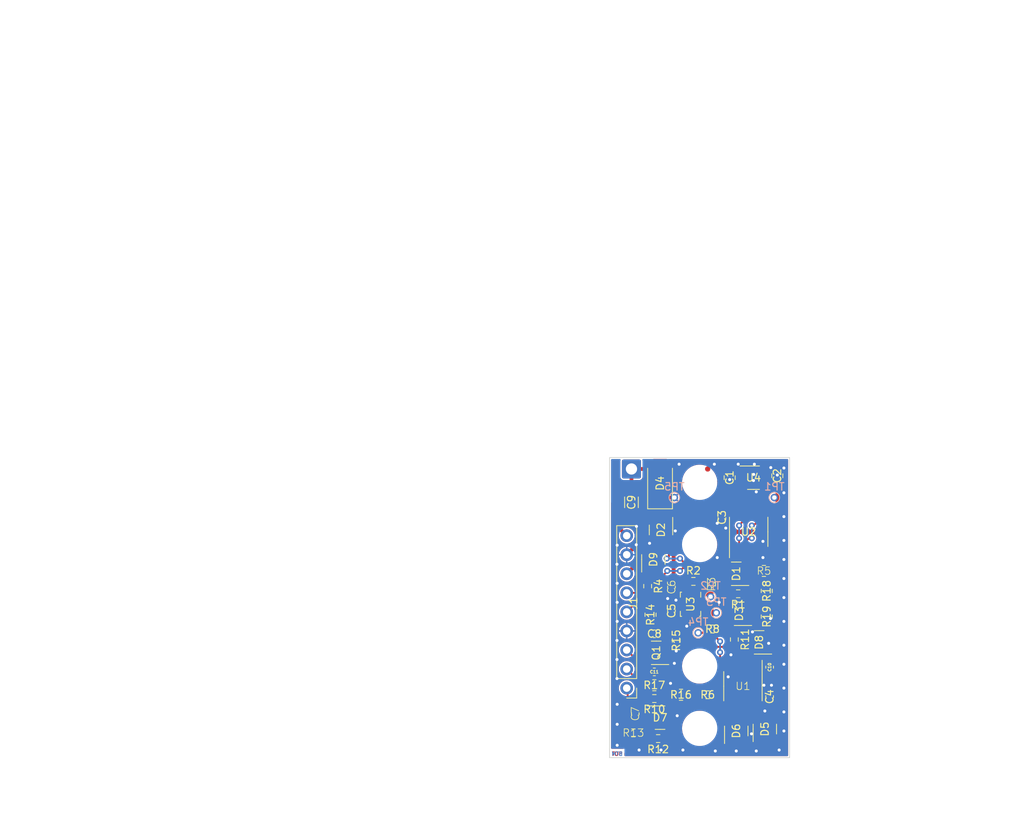
<source format=kicad_pcb>
(kicad_pcb (version 20211014) (generator pcbnew)
  (title_block (title "SOS Vibr.") (date "2023-05-06") (rev "01.") (company "fb development & solutions"))
  (layers (0 "F.Cu" signal) (31 "B.Cu" signal) (34 "B.Paste" user) (35 "F.Paste" user) (36 "B.SilkS" user "B.Silkscreen") (37 "F.SilkS" user "F.Silkscreen") (38 "B.Mask" user) (39 "F.Mask" user) (44 "Edge.Cuts" user))
  (net 0 "")
  (net 1 "GNDA")
  (net 2 "VDD")
  (net 3 "/RX+")
  (net 4 "Net-(C7-Pad2)")
  (net 5 "/SCK+")
  (net 6 "Net-(C8-Pad2)")
  (net 7 "Earth")
  (net 8 "Net-(D1-Pad1)")
  (net 9 "Net-(D1-Pad3)")
  (net 10 "Net-(D2-Pad3)")
  (net 11 "/TX-")
  (net 12 "/TX+")
  (net 13 "/RX-OPV")
  (net 14 "/RX+OPV")
  (net 15 "/SCK+OPV")
  (net 16 "Net-(C11-Pad1)")
  (net 17 "/RX-")
  (net 18 "/CS")
  (net 19 "/INT")
  (net 20 "/TX_OPV")
  (net 21 "/TX")
  (net 22 "/RX")
  (net 23 "/SCK")
  (net 24 "Net-(R8-Pad2)")
  (net 28 "/RX_OPV")
  (net 29 "VD")
  (net 30 "Net-(D2-Pad1)")
  (net 31 "/0V92")
  (footprint "Resistor_SMD:R_0603_1608Metric" (layer "F.Cu") (at 109.728 114.046 180)
    (fp_text reference "R10")
    (fp_text value "10k")
  )
  (footprint "Resistor_SMD:R_0805_2012Metric" (layer "F.Cu") (at 109.22 102.87 90)
    (fp_text reference "R14")
    (fp_text value "1M")
  )
  (footprint "Capacitor_SMD:C_0603_1608Metric" (layer "F.Cu") (at 125.095 109.855 -90)
    (fp_text reference "C10")
    (fp_text value "10n")
  )
  (footprint "Package_SO:SOIC-8_3.9x4.9mm_P1.27mm" (layer "F.Cu") (at 121.539 112.395 -90)
    (fp_text reference "U1")
    (fp_text value "MCP6542 RX")
  )
  (footprint "MountingHole:MountingHole_2.7mm_M2.5" (layer "F.Cu") (at 115.77 93.514)
    (fp_text reference "H3" hide)
    (fp_text value "MountingHole" hide)
  )
  (footprint "Package_TO_SOT_SMD:SOT-23" (layer "F.Cu") (at 109.982 107.95 180)
    (fp_text reference "Q1")
    (fp_text value "BC847")
  )
  (footprint "Resistor_SMD:R_0603_1608Metric" (layer "F.Cu") (at 106.934 118.618)
    (fp_text reference "R13")
    (fp_text value "1k")
  )
  (footprint "Package_TO_SOT_SMD:SOT-23" (layer "F.Cu") (at 110.617 91.567 -90)
    (property "Reference" "D14")
    (property "Value" "BAV99")
    (fp_text reference "D2")
    (fp_text value "BAV99")
  )
  (footprint "Capacitor_SMD:C_0603_1608Metric" (layer "F.Cu") (at 118.745 90.043 -90)
    (fp_text reference "C3")
    (fp_text value "100n")
  )
  (footprint "Package_TO_SOT_SMD:SOT-23" (layer "F.Cu") (at 109.601 95.504 90)
    (fp_text reference "D9")
    (fp_text value "ESD5V2")
  )
  (footprint "Capacitor_SMD:C_0603_1608Metric" (layer "F.Cu") (at 109.728 105.41)
    (fp_text reference "C8")
    (fp_text value "47p")
  )
  (footprint "Capacitor_SMD:C_0805_2012Metric" (layer "F.Cu") (at 119.7715 84.599966 -90)
    (fp_text reference "C1")
    (fp_text value "1µ")
  )
  (footprint "Resistor_SMD:R_0603_1608Metric" (layer "F.Cu") (at 120.904 100.076 180)
    (fp_text reference "R1")
    (fp_text value "2k2")
  )
  (footprint "Resistor_SMD:R_0603_1608Metric" (layer "F.Cu") (at 112.649 106.299 90)
    (fp_text reference "R15")
    (fp_text value "1k")
  )
  (footprint "Capacitor_SMD:C_1206_3216Metric" (layer "F.Cu") (at 106.68 87.884 -90)
    (fp_text reference "C9")
    (fp_text value "1n 2kV")
  )
  (footprint "Capacitor_SMD:C_0603_1608Metric" (layer "F.Cu") (at 109.728 110.49)
    (fp_text reference "C11")
    (fp_text value "1n")
  )
  (footprint "Resistor_SMD:R_0805_2012Metric" (layer "F.Cu") (at 124.714 99.695 90)
    (fp_text reference "R18")
    (fp_text value "1M")
  )
  (footprint "Capacitor_SMD:C_0603_1608Metric" (layer "F.Cu") (at 125.095 113.792 90)
    (fp_text reference "C4")
    (fp_text value "100n")
  )
  (footprint "Package_TO_SOT_SMD:SOT-23" (layer "F.Cu") (at 121.031 102.743 180)
    (fp_text reference "D3")
    (fp_text value "ESD5V2")
  )
  (footprint "Capacitor_SMD:C_0805_2012Metric" (layer "F.Cu") (at 126.1215 84.345966 90)
    (fp_text reference "C2")
    (fp_text value "1µ")
  )
  (footprint "Package_TO_SOT_SMD:SOT-23" (layer "F.Cu") (at 120.65 118.364 90)
    (fp_text reference "D6")
    (fp_text value "BAT54S")
  )
  (footprint "Connector_PinHeader_2.54mm:PinHeader_1x09_P2.54mm_Vertical" (layer "F.Cu") (at 106.045 112.649 180)
    (fp_text reference "J1")
    (fp_text value "Main")
  )
  (footprint "Package_TO_SOT_SMD:SOT-23" (layer "F.Cu") (at 120.65 97.409 180)
    (fp_text reference "D1")
    (fp_text value "BAV99")
  )
  (footprint "Resistor_SMD:R_0603_1608Metric" (layer "F.Cu") (at 120.396 106.172 -90)
    (fp_text reference "R11")
    (fp_text value "10k")
  )
  (footprint "Resistor_SMD:R_0805_2012Metric" (layer "F.Cu") (at 109.728 112.268 180)
    (fp_text reference "R17")
    (fp_text value "1M")
  )
  (footprint "Resistor_SMD:R_0805_2012Metric" (layer "F.Cu") (at 124.714 103.124 90)
    (fp_text reference "R19")
    (fp_text value "1M")
  )
  (footprint "Resistor_SMD:R_0603_1608Metric" (layer "F.Cu") (at 108.839 99.06 -90)
    (fp_text reference "R4")
    (fp_text value "2k2")
  )
  (footprint "Package_TO_SOT_SMD:SOT-23-5" (layer "F.Cu") (at 122.9465 84.599966)
    (fp_text reference "U4")
    (fp_text value "TPS7A20185")
  )
  (footprint "Capacitor_SMD:C_0603_1608Metric" (layer "F.Cu") (at 107.188 116.078 -90)
    (fp_text reference "C7")
    (fp_text value "47p")
  )
  (footprint "Capacitor_SMD:C_0603_1608Metric" (layer "F.Cu") (at 112.014 102.362 90)
    (fp_text reference "C5")
    (fp_text value "100n")
  )
  (footprint "Package_TO_SOT_SMD:SOT-23" (layer "F.Cu") (at 123.698 106.553 180)
    (fp_text reference "D8")
    (fp_text value "BAT54S")
  )
  (footprint "Resistor_SMD:R_0603_1608Metric" (layer "F.Cu") (at 116.84 113.538)
    (fp_text reference "R6")
    (fp_text value "1k")
  )
  (footprint "Package_TO_SOT_SMD:SOT-23" (layer "F.Cu") (at 124.46 118.11 90)
    (fp_text reference "D5")
    (fp_text value "BAT54S")
  )
  (footprint "Connector_Wire:SolderWire-0.75sqmm_1x01_D1.25mm_OD2.3mm" (layer "F.Cu") (at 106.68 83.439)
    (fp_text reference "J2" hide)
    (fp_text value "GND")
  )
  (footprint "MountingHole:MountingHole_2.7mm_M2.5" (layer "F.Cu") (at 115.77 109.714)
    (fp_text reference "H2" hide)
    (fp_text value "MountingHole" hide)
  )
  (footprint "Resistor_SMD:R_0603_1608Metric" (layer "F.Cu") (at 110.236 119.38 180)
    (fp_text reference "R12")
    (fp_text value "10k")
  )
  (footprint "Resistor_SMD:R_0603_1608Metric" (layer "F.Cu") (at 114.935 98.425)
    (fp_text reference "R2")
    (fp_text value "10k")
  )
  (footprint "Diode_SMD:D_SMA" (layer "F.Cu") (at 110.49 85.344 90)
    (fp_text reference "D4")
    (fp_text value "TVS")
  )
  (footprint "Package_LGA:LGA-14_3x2.5mm_P0.5mm_LayoutBorder3x4y" (layer "F.Cu") (at 114.554 101.473 -90)
    (fp_text reference "U3")
    (fp_text value "LSM6DSV16XTR")
  )
  (footprint "Resistor_SMD:R_0603_1608Metric" (layer "F.Cu") (at 117.348 98.806 90)
    (fp_text reference "R3")
    (fp_text value "100k")
  )
  (footprint "Resistor_SMD:R_0805_2012Metric" (layer "F.Cu") (at 124.333 97.028)
    (fp_text reference "R5")
    (fp_text value "1M")
  )
  (footprint "MountingHole:MountingHole_2.7mm_M2.5" (layer "F.Cu") (at 115.77 85.214)
    (fp_text reference "H4" hide)
    (fp_text value "MountingHole" hide)
  )
  (footprint "Capacitor_SMD:C_0603_1608Metric" (layer "F.Cu") (at 112.014 99.187 -90)
    (fp_text reference "C6")
    (fp_text value "100n")
  )
  (footprint "Package_SO:SOIC-8_3.9x4.9mm_P1.27mm" (layer "F.Cu") (at 122.301 91.821 90)
    (fp_text reference "U2")
    (fp_text value "MCP6542 TX")
  )
  (footprint "Package_TO_SOT_SMD:SOT-23" (layer "F.Cu") (at 110.49 116.586)
    (fp_text reference "D7")
    (fp_text value "ESD5V2")
  )
  (footprint "Resistor_SMD:R_0805_2012Metric" (layer "F.Cu") (at 113.284 113.538)
    (fp_text reference "R16")
    (fp_text value "1M")
  )
  (footprint "MountingHole:MountingHole_2.7mm_M2.5" (layer "F.Cu") (at 115.77 118.014)
    (fp_text reference "H1" hide)
    (fp_text value "MountingHole" hide)
  )
  (footprint "Resistor_SMD:R_0603_1608Metric" (layer "F.Cu") (at 117.475 104.775)
    (fp_text reference "R8")
    (fp_text value "1k")
  )
  (footprint "TestPoint:TestPoint_THTPad_D1.0mm_Drill0.6mm" (layer "B.Cu") (at 115.57 105.283 180)
    (fp_text reference "TP4")
    (fp_text value "SCK")
  )
  (footprint "TestPoint:TestPoint_THTPad_D1.0mm_Drill0.6mm" (layer "B.Cu") (at 117.983 102.616 180)
    (fp_text reference "TP3")
    (fp_text value "RX")
  )
  (footprint "TestPoint:TestPoint_THTPad_D1.0mm_Drill0.6mm" (layer "B.Cu") (at 125.73 87.249 180)
    (fp_text reference "TP1")
    (fp_text value "VDD")
  )
  (footprint "TestPoint:TestPoint_THTPad_D1.0mm_Drill0.6mm" (layer "B.Cu") (at 112.395 87.249 180)
    (fp_text reference "TP5")
    (fp_text value "GND")
  )
  (footprint "TestPoint:TestPoint_THTPad_D1.0mm_Drill0.6mm" (layer "B.Cu") (at 117.221 100.457 180)
    (fp_text reference "TP2")
    (fp_text value "TX")
  )
  (gr_circle (center 106.172 120.777) (end 106.422 120.777) (layer "F.Cu") (width 0.2) (fill solid))
  (gr_circle (center 116.84 83.439) (end 117.09 83.439) (layer "F.Cu") (width 0.2) (fill solid))
  (gr_rect (start 103.759 81.915) (end 127.762 121.92) (layer "Edge.Cuts") (width 0.1) (fill none))
  (gr_text "A.Vib 1." (at 104.648 85.598 90) (layer "F.Cu") (effects (font (size 0.7 0.7))))
  (gr_text "TOP" (at 104.775 121.412) (layer "F.Cu") (effects (font (size 0.5 0.5) (thickness 0.1))))
  (gr_text "BTM" (at 104.775 121.412) (layer "B.Cu") (effects (font (size 0.5 0.5) (thickness 0.1)) (justify mirror)))
  (segment (start 120.7215 84.599966) (end 119.7715 85.549966) (width 0.5) (layer "F.Cu") (net 1))
  (segment (start 125.8015 83.395966) (end 125.658705 83.253171) (width 0.5) (layer "F.Cu") (net 1))
  (segment (start 123.19 91.821) (end 124.206 92.837) (width 0.5) (layer "F.Cu") (net 1))
  (segment (start 127 83.312) (end 126.525466 83.312) (width 0.5) (layer "F.Cu") (net 1))
  (segment (start 113.6415 101.473) (end 114.173 101.473) (width 0.25) (layer "F.Cu") (net 1))
  (segment (start 125.658705 83.253171) (end 125.251018 83.253171) (width 0.5) (layer "F.Cu") (net 1))
  (segment (start 124.206 92.837) (end 124.206 94.296) (width 0.5) (layer "F.Cu") (net 1))
  (segment (start 121.809 84.599966) (end 122.5655 84.599966) (width 0.5) (layer "F.Cu") (net 1))
  (segment (start 122.5655 84.599966) (end 122.9465 84.980966) (width 0.5) (layer "F.Cu") (net 1))
  (segment (start 107.855 87.344) (end 110.49 87.344) (width 0.5) (layer "F.Cu") (net 1))
  (segment (start 106.045 94.869) (end 107.345 93.569) (width 0.5) (layer "F.Cu") (net 1))
  (segment (start 109.601 93.853) (end 109.093 93.345) (width 0.25) (layer "F.Cu") (net 1))
  (segment (start 114.173 101.473) (end 114.304 101.342) (width 0.25) (layer "F.Cu") (net 1))
  (segment (start 112.612253 100.925309) (end 111.720309 100.925309) (width 0.5) (layer "F.Cu") (net 1))
  (segment (start 119.748 91.821) (end 123.19 91.821) (width 0.5) (layer "F.Cu") (net 1))
  (segment (start 114.304 100.3105) (end 114.804 100.3105) (width 0.25) (layer "F.Cu") (net 1))
  (segment (start 126.1215 83.395966) (end 126.1215 84.246466) (width 0.5) (layer "F.Cu") (net 1))
  (segment (start 119.2465 91.3195) (end 119.748 91.821) (width 0.5) (layer "F.Cu") (net 1))
  (segment (start 113.6415 101.473) (end 112.128 101.473) (width 0.3) (layer "F.Cu") (net 1))
  (segment (start 111.720309 100.925309) (end 111.506 100.711) (width 0.5) (layer "F.Cu") (net 1))
  (segment (start 126.525466 83.312) (end 126.4415 83.395966) (width 0.5) (layer "F.Cu") (net 1))
  (segment (start 121.285 112.776) (end 124.727 112.776) (width 0.5) (layer "F.Cu") (net 1))
  (segment (start 106.68 89.359) (end 106.68 88.519) (width 0.5) (layer "F.Cu") (net 1))
  (segment (start 121.809 84.599966) (end 120.7215 84.599966) (width 0.5) (layer "F.Cu") (net 1))
  (segment (start 106.68 90.424) (end 107.345 91.089) (width 0.5) (layer "F.Cu") (net 1))
  (segment (start 121.809 84.595966) (end 122.374028 84.595966) (width 0.5) (layer "F.Cu") (net 1))
  (segment (start 124.727 112.776) (end 124.968 113.017) (width 0.5) (layer "F.Cu") (net 1))
  (segment (start 109.601 94.5665) (end 109.601 93.853) (width 0.25) (layer "F.Cu") (net 1))
  (segment (start 112.128 101.409562) (end 112.612253 100.925309) (width 0.5) (layer "F.Cu") (net 1))
  (segment (start 119.634 111.125) (end 121.285 112.776) (width 0.5) (layer "F.Cu") (net 1))
  (segment (start 114.304 101.342) (end 114.304 100.3105) (width 0.25) (layer "F.Cu") (net 1))
  (segment (start 113.6415 101.973) (end 112.4 101.973) (width 0.3) (layer "F.Cu") (net 1))
  (segment (start 112.014 100.327056) (end 112.612253 100.925309) (width 0.5) (layer "F.Cu") (net 1))
  (segment (start 112.4 101.973) (end 112.014 101.587) (width 0.25) (layer "F.Cu") (net 1))
  (segment (start 106.68 89.359) (end 106.68 90.424) (width 0.5) (layer "F.Cu") (net 1))
  (segment (start 112.395 87.249) (end 110.585 87.249) (width 0.5) (layer "F.Cu") (net 1))
  (segment (start 112.014 100.203) (end 111.506 100.711) (width 0.5) (layer "F.Cu") (net 1))
  (segment (start 122.374028 84.595966) (end 122.9215 84.048494) (width 0.5) (layer "F.Cu") (net 1))
  (segment (start 118.745 90.818) (end 119.2465 91.3195) (width 0.5) (layer "F.Cu") (net 1))
  (segment (start 119.634 109.92) (end 119.634 111.125) (width 0.5) (layer "F.Cu") (net 1))
  (segment (start 106.68 88.519) (end 107.855 87.344) (width 0.5) (layer "F.Cu") (net 1))
  (segment (start 107.345 93.569) (end 107.345 91.089) (width 0.5) (layer "F.Cu") (net 1))
  (via (at 112.612253 100.925309) (size 0.8) (drill 0.4) (layers "F.Cu" "B.Cu") (net 1))
  (via (at 124.333 112.268) (size 0.8) (drill 0.4) (layers "F.Cu" "B.Cu") (net 1))
  (via (at 123.317 86.487) (size 0.8) (drill 0.4) (layers "F.Cu" "B.Cu") (net 1))
  (via (at 127 89.789) (size 0.8) (drill 0.4) (layers "F.Cu" "B.Cu") (net 1))
  (via (at 104.748526 106.299) (size 0.8) (drill 0.4) (layers "F.Cu" "B.Cu") (net 1))
  (via (at 127 100.584) (size 0.8) (drill 0.4) (layers "F.Cu" "B.Cu") (net 1))
  (via (at 127 106.934) (size 0.8) (drill 0.4) (layers "F.Cu" "B.Cu") (net 1))
  (via (at 104.775 98.679) (size 0.8) (drill 0.4) (layers "F.Cu" "B.Cu") (net 1))
  (via (at 127 83.312) (size 0.8) (drill 0.4) (layers "F.Cu" "B.Cu") (net 1))
  (via (at 104.775 101.219) (size 0.8) (drill 0.4) (layers "F.Cu" "B.Cu") (net 1))
  (via (at 127 95.504) (size 0.8) (drill 0.4) (layers "F.Cu" "B.Cu") (net 1))
  (via (at 127 92.964) (size 0.8) (drill 0.4) (layers "F.Cu" "B.Cu") (net 1))
  (via (at 112.649 107.696) (size 0.8) (drill 0.4) (layers "F.Cu" "B.Cu") (net 1))
  (via (at 124.46 115.697) (size 0.8) (drill 0.4) (layers "F.Cu" "B.Cu") (net 1))
  (via (at 120.65 121.031) (size 0.8) (drill 0.4) (layers "F.Cu" "B.Cu") (net 1))
  (via (at 127 103.759) (size 0.8) (drill 0.4) (layers "F.Cu" "B.Cu") (net 1))
  (via (at 126.365 120.904) (size 0.8) (drill 0.4) (layers "F.Cu" "B.Cu") (net 1))
  (via (at 119.7715 84.853966) (size 0.8) (drill 0.4) (layers "F.Cu" "B.Cu") (net 1))
  (via (at 123.063 82.804) (size 0.8) (drill 0.4) (layers "F.Cu" "B.Cu") (net 1))
  (via (at 124.968 106.68) (size 0.8) (drill 0.4) (layers "F.Cu" "B.Cu") (net 1))
  (via (at 109.093 93.345) (size 0.8) (drill 0.4) (layers "F.Cu" "B.Cu") (net 1))
  (via (at 104.775 120.269) (size 0.8) (drill 0.4) (layers "F.Cu" "B.Cu") (net 1))
  (via (at 122.9465 84.980966) (size 0.8) (drill 0.4) (layers "F.Cu" "B.Cu") (net 1))
  (via (at 120.910217 82.800466) (size 0.8) (drill 0.4) (layers "F.Cu" "B.Cu") (net 1))
  (via (at 118.11 90.678) (size 0.8) (drill 0.4) (layers "F.Cu" "B.Cu") (net 1))
  (via (at 124.206 93.091) (size 0.8) (drill 0.4) (layers "F.Cu" "B.Cu") (net 1))
  (via (at 107.696 120.904) (size 0.8) (drill 0.4) (layers "F.Cu" "B.Cu") (net 1))
  (via (at 104.775 117.475) (size 0.8) (drill 0.4) (layers "F.Cu" "B.Cu") (net 1))
  (via (at 127 109.474) (size 0.8) (drill 0.4) (layers "F.Cu" "B.Cu") (net 1))
  (via (at 124.206 95.25) (size 0.8) (drill 0.4) (layers "F.Cu" "B.Cu") (net 1))
  (via (at 119.942231 108.21042) (size 0.8) (drill 0.4) (layers "F.Cu" "B.Cu") (net 1))
  (via (at 123.317 121.031) (size 0.8) (drill 0.4) (layers "F.Cu" "B.Cu") (net 1))
  (via (at 118.364 101.219) (size 0.8) (drill 0.4) (layers "F.Cu" "B.Cu") (net 1))
  (via (at 118.11 95.25) (size 0.8) (drill 0.4) (layers "F.Cu" "B.Cu") (net 1))
  (via (at 119.2465 91.3195) (size 0.8) (drill 0.4) (layers "F.Cu" "B.Cu") (net 1))
  (via (at 125.251018 83.253171) (size 0.8) (drill 0.4) (layers "F.Cu" "B.Cu") (net 1))
  (via (at 104.748526 108.839) (size 0.8) (drill 0.4) (layers "F.Cu" "B.Cu") (net 1))
  (via (at 104.775 93.599) (size 0.8) (drill 0.4) (layers "F.Cu" "B.Cu") (net 1))
  (via (at 111.887 112.014) (size 0.8) (drill 0.4) (layers "F.Cu" "B.Cu") (net 1))
  (via (at 126.1215 84.246466) (size 0.8) (drill 0.4) (layers "F.Cu" "B.Cu") (net 1))
  (via (at 104.775 103.759) (size 0.8) (drill 0.4) (layers "F.Cu" "B.Cu") (net 1))
  (via (at 111.506 100.711) (size 0.8) (drill 0.4) (layers "F.Cu" "B.Cu") (net 1))
  (via (at 127 118.364) (size 0.8) (drill 0.4) (layers "F.Cu" "B.Cu") (net 1))
  (via (at 125.222 103.378) (size 0.8) (drill 0.4) (layers "F.Cu" "B.Cu") (net 1))
  (via (at 125.341299 112.268) (size 0.8) (drill 0.4) (layers "F.Cu" "B.Cu") (net 1))
  (via (at 112.395 109.347) (size 0.8) (drill 0.4) (layers "F.Cu" "B.Cu") (net 1))
  (via (at 107.345 91.089) (size 0.8) (drill 0.4) (layers "F.Cu" "B.Cu") (net 1))
  (via (at 127 112.649) (size 0.8) (drill 0.4) (layers "F.Cu" "B.Cu") (net 1))
  (via (at 127 115.824) (size 0.8) (drill 0.4) (layers "F.Cu" "B.Cu") (net 1))
  (via (at 113.538 120.904) (size 0.8) (drill 0.4) (layers "F.Cu" "B.Cu") (net 1))
  (via (at 104.748526 96.139) (size 0.8) (drill 0.4) (layers "F.Cu" "B.Cu") (net 1))
  (via (at 114.046 104.394) (size 0.8) (drill 0.4) (layers "F.Cu" "B.Cu") (net 1))
  (via (at 117.729 82.804) (size 0.8) (drill 0.4) (layers "F.Cu" "B.Cu") (net 1))
  (via (at 104.775 114.808) (size 0.8) (drill 0.4) (layers "F.Cu" "B.Cu") (net 1))
  (via (at 112.522 91.694) (size 0.8) (drill 0.4) (layers "F.Cu" "B.Cu") (net 1))
  (via (at 122.682 118.745) (size 0.8) (drill 0.4) (layers "F.Cu" "B.Cu") (net 1))
  (via (at 110.617 120.904) (size 0.8) (drill 0.4) (layers "F.Cu" "B.Cu") (net 1))
  (via (at 104.748526 111.379) (size 0.8) (drill 0.4) (layers "F.Cu" "B.Cu") (net 1))
  (via (at 117.856 121.031) (size 0.8) (drill 0.4) (layers "F.Cu" "B.Cu") (net 1))
  (via (at 127 86.614) (size 0.8) (drill 0.4) (layers "F.Cu" "B.Cu") (net 1))
  (via (at 112.776 116.332) (size 0.8) (drill 0.4) (layers "F.Cu" "B.Cu") (net 1))
  (via (at 113.03 82.804) (size 0.8) (drill 0.4) (layers "F.Cu" "B.Cu") (net 1))
  (via (at 107.315812 93.539812) (size 0.8) (drill 0.4) (layers "F.Cu" "B.Cu") (net 1))
  (via (at 122.97548 84.166109) (size 0.8) (drill 0.4) (layers "F.Cu" "B.Cu") (net 1))
  (via (at 119.570015 111.145808) (size 0.8) (drill 0.4) (layers "F.Cu" "B.Cu") (net 1))
  (via (at 122.809 105.156) (size 0.8) (drill 0.4) (layers "F.Cu" "B.Cu") (net 1))
  (via (at 127 98.044) (size 0.8) (drill 0.4) (layers "F.Cu" "B.Cu") (net 1))
  (segment (start 106.045 94.869) (end 106.045 95.464289) (width 0.25) (layer "B.Cu") (net 1))
  (segment (start 112.014 103.137) (end 110.706 101.829) (width 0.5) (layer "F.Cu") (net 2))
  (segment (start 126.140799 96.871201) (end 126.140799 98.581799) (width 0.5) (layer "F.Cu") (net 2))
  (segment (start 110.757 103.137) (end 112.014 103.137) (width 0.25) (layer "F.Cu") (net 2))
  (segment (start 125.41 119.0475) (end 125.41 115.009) (width 0.3) (layer "F.Cu") (net 2))
  (segment (start 109.5775 101.9575) (end 110.757 103.137) (width 0.25) (layer "F.Cu") (net 2))
  (segment (start 126.140799 85.315265) (end 126.1215 85.295966) (width 0.5) (layer "F.Cu") (net 2))
  (segment (start 126.140799 98.581799) (end 126.140799 105.566799) (width 0.5) (layer "F.Cu") (net 2))
  (segment (start 126.140799 96.871201) (end 126.140799 87.151799) (width 0.5) (layer "F.Cu") (net 2))
  (segment (start 112.3005 93.306543) (end 114.802043 90.805) (width 0.5) (layer "F.Cu") (net 2))
  (segment (start 125.940098 98.7825) (end 126.140799 98.581799) (width 0.25) (layer "F.Cu") (net 2))
  (segment (start 126.140799 105.566799) (end 126.140799 113.394201) (width 0.5) (layer "F.Cu") (net 2))
  (segment (start 125.984 97.028) (end 126.140799 96.871201) (width 0.25) (layer "F.Cu") (net 2))
  (segment (start 124.6355 105.603) (end 126.104598 105.603) (width 0.5) (layer "F.Cu") (net 2))
  (segment (start 126.140799 113.394201) (end 124.968 114.567) (width 0.4) (layer "F.Cu") (net 2))
  (segment (start 122.4405 120.142) (end 124.3155 120.142) (width 0.25) (layer "F.Cu") (net 2))
  (segment (start 113.6415 100.973) (end 112.903 100.2345) (width 0.25) (layer "F.Cu") (net 2))
  (segment (start 126.043598 87.249) (end 126.140799 87.151799) (width 0.25) (layer "F.Cu") (net 2))
  (segment (start 111.875 98.412) (end 112.3005 97.9865) (width 0.5) (layer "F.Cu") (net 2))
  (segment (start 116.459 90.805) (end 119.761 87.503) (width 0.5) (layer "F.Cu") (net 2))
  (segment (start 125.73 85.295966) (end 124.084 83.649966) (width 0.5) (layer "F.Cu") (net 2))
  (segment (start 112.5155 102.6355) (end 112.014 103.137) (width 0.5) (layer "F.Cu") (net 2))
  (segment (start 126.104598 105.603) (end 126.140799 105.566799) (width 0.25) (layer "F.Cu") (net 2))
  (segment (start 113.75045 102.6414) (end 112.46195 102.6414) (width 0.45) (layer "F.Cu") (net 2))
  (segment (start 125.41 115.009) (end 124.968 114.567) (width 0.3) (layer "F.Cu") (net 2))
  (segment (start 110.706 101.829) (end 110.706 99.72) (width 0.5) (layer "F.Cu") (net 2))
  (segment (start 112.3005 97.9865) (end 112.3005 93.306543) (width 0.5) (layer "F.Cu") (net 2))
  (segment (start 125.2455 97.028) (end 125.984 97.028) (width 0.25) (layer "F.Cu") (net 2))
  (segment (start 119.761 87.503) (end 123.571 87.503) (width 0.5) (layer "F.Cu") (net 2))
  (segment (start 123.571 87.503) (end 125.778034 85.295966) (width 0.5) (layer "F.Cu") (net 2))
  (segment (start 125.778034 85.295966) (end 126.1215 85.295966) (width 0.5) (layer "F.Cu") (net 2))
  (segment (start 121.6 119.3015) (end 122.4405 120.142) (width 0.25) (layer "F.Cu") (net 2))
  (segment (start 125.73 87.249) (end 126.043598 87.249) (width 0.25) (layer "F.Cu") (net 2))
  (segment (start 112.903 99.3775) (end 112.014 98.4885) (width 0.5) (layer "F.Cu") (net 2))
  (segment (start 126.140799 87.151799) (end 126.140799 85.315265) (width 0.5) (layer "F.Cu") (net 2))
  (segment (start 120.396 89.346) (end 118.823 89.346) (width 0.6) (layer "F.Cu") (net 2))
  (segment (start 124.714 98.7825) (end 125.940098 98.7825) (width 0.25) (layer "F.Cu") (net 2))
  (segment (start 118.823 89.346) (end 118.745 89.268) (width 0.25) (layer "F.Cu") (net 2))
  (segment (start 112.903 100.2345) (end 112.903 99.301) (width 0.4) (layer "F.Cu") (net 2))
  (segment (start 123.747 114.567) (end 124.968 114.567) (width 0.7) (layer "F.Cu") (net 2))
  (segment (start 110.706 99.72) (end 112.014 98.412) (width 0.5) (layer "F.Cu") (net 2))
  (segment (start 109.22 101.9575) (end 109.5775 101.9575) (width 0.25) (layer "F.Cu") (net 2))
  (segment (start 124.3155 120.142) (end 125.41 119.0475) (width 0.25) (layer "F.Cu") (net 2))
  (segment (start 114.802043 90.805) (end 116.459 90.805) (width 0.5) (layer "F.Cu") (net 2))
  (segment (start 107.188 115.303) (end 107.195 115.296) (width 0.2) (layer "F.Cu") (net 3))
  (segment (start 107.188 115.303) (end 109.2195 115.303) (width 0.25) (layer "F.Cu") (net 3))
  (segment (start 107.442 111.506) (end 106.045 110.109) (width 0.25) (layer "F.Cu") (net 3))
  (segment (start 107.195 115.296) (end 107.442 115.049) (width 0.25) (layer "F.Cu") (net 3))
  (segment (start 108.903 114.9865) (end 109.5525 115.636) (width 0.25) (layer "F.Cu") (net 3))
  (segment (start 107.442 115.049) (end 107.442 111.506) (width 0.25) (layer "F.Cu") (net 3))
  (segment (start 109.2195 115.303) (end 109.5525 115.636) (width 0.25) (layer "F.Cu") (net 3))
  (segment (start 108.903 114.046) (end 108.903 114.9865) (width 0.25) (layer "F.Cu") (net 3))
  (segment (start 107.188 116.853) (end 107.188 118.047) (width 0.25) (layer "F.Cu") (net 4))
  (segment (start 107.188 118.047) (end 107.759 118.618) (width 0.25) (layer "F.Cu") (net 4))
  (segment (start 110.206249 108.204) (end 110.107 108.303249) (width 0.25) (layer "F.Cu") (net 5))
  (segment (start 109.835249 108.575) (end 110.107 108.303249) (width 0.25) (layer "F.Cu") (net 5))
  (segment (start 114.21 107.160305) (end 112.949305 108.421) (width 0.25) (layer "F.Cu") (net 5))
  (segment (start 114.21 107.151) (end 114.21 107.160305) (width 0.25) (layer "F.Cu") (net 5))
  (segment (start 107.051 108.575) (end 109.835249 108.575) (width 0.25) (layer "F.Cu") (net 5))
  (segment (start 108.953 106.442751) (end 108.953 105.41) (width 0.25) (layer "F.Cu") (net 5))
  (segment (start 120.396 106.997) (end 120.242 107.151) (width 0.25) (layer "F.Cu") (net 5))
  (segment (start 111.632751 108.204) (end 110.206249 108.204) (width 0.25) (layer "F.Cu") (net 5))
  (segment (start 120.242 107.151) (end 114.21 107.151) (width 0.25) (layer "F.Cu") (net 5))
  (segment (start 106.045 107.569) (end 107.051 108.575) (width 0.25) (layer "F.Cu") (net 5))
  (segment (start 112.949305 108.421) (end 111.849751 108.421) (width 0.25) (layer "F.Cu") (net 5))
  (segment (start 110.107 107.596751) (end 108.953 106.442751) (width 0.25) (layer "F.Cu") (net 5))
  (segment (start 111.849751 108.421) (end 111.632751 108.204) (width 0.25) (layer "F.Cu") (net 5))
  (segment (start 110.107 108.303249) (end 110.107 107.596751) (width 0.25) (layer "F.Cu") (net 5))
  (segment (start 110.567 105.474) (end 110.503 105.41) (width 0.25) (layer "F.Cu") (net 6))
  (segment (start 112.649 105.474) (end 110.567 105.474) (width 0.25) (layer "F.Cu") (net 6))
  (segment (start 104.902 91.186) (end 104.902 88.4165) (width 0.5) (layer "F.Cu") (net 7))
  (segment (start 106.68 83.439) (end 110.395 83.439) (width 0.5) (layer "F.Cu") (net 7))
  (segment (start 104.902 88.4165) (end 106.68 86.6385) (width 0.5) (layer "F.Cu") (net 7))
  (segment (start 106.045 92.329) (end 104.902 91.186) (width 0.5) (layer "F.Cu") (net 7))
  (segment (start 106.68 86.409) (end 106.68 83.439) (width 0.5) (layer "F.Cu") (net 7))
  (segment (start 106.68 86.6385) (end 106.68 86.409) (width 0.5) (layer "F.Cu") (net 7))
  (segment (start 121.5875 98.359) (end 121.5875 96.459) (width 0.25) (layer "F.Cu") (net 8))
  (segment (start 121.031 90.932) (end 121.666 90.297) (width 0.25) (layer "F.Cu") (net 8))
  (segment (start 121.031 90.9715) (end 121.031 90.932) (width 0.25) (layer "F.Cu") (net 8))
  (segment (start 121.666 90.297) (end 121.666 89.346) (width 0.25) (layer "F.Cu") (net 8))
  (segment (start 121.031 95.9025) (end 121.5875 96.459) (width 0.25) (layer "F.Cu") (net 8))
  (segment (start 121.031 92.6705) (end 121.031 95.9025) (width 0.25) (layer "F.Cu") (net 8))
  (via (at 121.031 92.6705) (size 0.8) (drill 0.4) (layers "F.Cu" "B.Cu") (net 8))
  (via (at 121.031 90.9715) (size 0.8) (drill 0.4) (layers "F.Cu" "B.Cu") (net 8))
  (segment (start 121.031 90.9715) (end 121.031 92.6705) (width 0.25) (layer "B.Cu") (net 8))
  (segment (start 120.396 98.6555) (end 121.8165 100.076) (width 0.25) (layer "F.Cu") (net 9))
  (segment (start 120.396 98.0925) (end 120.396 98.6555) (width 0.25) (layer "F.Cu") (net 9))
  (segment (start 119.7125 97.409) (end 120.396 98.0925) (width 0.25) (layer "F.Cu") (net 9))
  (segment (start 110.617 94.959751) (end 109.276 96.300751) (width 0.25) (layer "F.Cu") (net 10))
  (segment (start 109.276 96.300751) (end 109.276 97.798) (width 0.25) (layer "F.Cu") (net 10))
  (segment (start 110.617 92.5045) (end 110.617 94.959751) (width 0.25) (layer "F.Cu") (net 10))
  (segment (start 109.276 97.798) (end 108.839 98.235) (width 0.25) (layer "F.Cu") (net 10))
  (segment (start 110.04 96.9525) (end 110.04 98.746604) (width 0.25) (layer "F.Cu") (net 11))
  (segment (start 110.551 96.4415) (end 110.04 96.9525) (width 0.25) (layer "F.Cu") (net 11))
  (segment (start 110.04 98.746604) (end 108.901604 99.885) (width 0.25) (layer "F.Cu") (net 11))
  (segment (start 108.775 99.949) (end 108.839 99.885) (width 0.25) (layer "F.Cu") (net 11))
  (segment (start 108.901604 99.885) (end 108.839 99.885) (width 0.25) (layer "F.Cu") (net 11))
  (segment (start 106.045 99.949) (end 108.775 99.949) (width 0.25) (layer "F.Cu") (net 11))
  (segment (start 111.451 97.028) (end 111.451 97.083) (width 0.25) (layer "F.Cu") (net 12))
  (segment (start 110.49 98.933) (end 109.728 99.695) (width 0.25) (layer "F.Cu") (net 12))
  (segment (start 111.451 97.083) (end 110.49 98.044) (width 0.25) (layer "F.Cu") (net 12))
  (segment (start 110.49 98.044) (end 110.49 98.933) (width 0.25) (layer "F.Cu") (net 12))
  (segment (start 120.079 100.076) (end 120.2515 100.076) (width 0.25) (layer "F.Cu") (net 12))
  (segment (start 109.728 99.695) (end 109.728 100.33) (width 0.25) (layer "F.Cu") (net 12))
  (segment (start 117.475 96.647) (end 120.079 99.251) (width 0.25) (layer "F.Cu") (net 12))
  (segment (start 113.157 97.028) (end 113.538 96.647) (width 0.25) (layer "F.Cu") (net 12))
  (segment (start 109.22 100.838) (end 107.696 100.838) (width 0.25) (layer "F.Cu") (net 12))
  (segment (start 107.696 100.838) (end 106.045 102.489) (width 0.25) (layer "F.Cu") (net 12))
  (segment (start 113.538 96.647) (end 117.475 96.647) (width 0.25) (layer "F.Cu") (net 12))
  (segment (start 120.079 99.251) (end 120.079 100.076) (width 0.25) (layer "F.Cu") (net 12))
  (segment (start 120.2515 100.076) (end 121.9685 101.793) (width 0.25) (layer "F.Cu") (net 12))
  (segment (start 109.728 100.33) (end 109.22 100.838) (width 0.25) (layer "F.Cu") (net 12))
  (via (at 111.451 97.028) (size 0.8) (drill 0.4) (layers "F.Cu" "B.Cu") (net 12))
  (via (at 113.15 97.028) (size 0.8) (drill 0.4) (layers "F.Cu" "B.Cu") (net 12))
  (segment (start 113.15 97.028) (end 111.451 97.028) (width 0.25) (layer "B.Cu") (net 12))
  (segment (start 120.996751 118.489) (end 121.285 118.200751) (width 0.25) (layer "F.Cu") (net 13))
  (segment (start 113.538 119.38) (end 114.647001 120.489001) (width 0.25) (layer "F.Cu") (net 13))
  (segment (start 121.285 115.951) (end 121.285 116.84) (width 0.25) (layer "F.Cu") (net 13))
  (segment (start 120.142 113.538) (end 118.872 113.538) (width 0.25) (layer "F.Cu") (net 13))
  (segment (start 120.904 114.87) (end 120.904 115.57) (width 0.25) (layer "F.Cu") (net 13))
  (segment (start 116.79518 120.489001) (end 119.045181 118.239) (width 0.25) (layer "F.Cu") (net 13))
  (segment (start 119.045181 118.239) (end 120.053249 118.239) (width 0.25) (layer "F.Cu") (net 13))
  (segment (start 117.612462 114.808) (end 115.4665 114.808) (width 0.25) (layer "F.Cu") (net 13))
  (segment (start 111.061 119.38) (end 113.538 119.38) (width 0.25) (layer "F.Cu") (net 13))
  (segment (start 124.46 117.1725) (end 124.206 116.9185) (width 0.25) (layer "F.Cu") (net 13))
  (segment (start 124.206 116.9185) (end 121.3635 116.9185) (width 0.25) (layer "F.Cu") (net 13))
  (segment (start 120.904 115.57) (end 121.285 115.951) (width 0.25) (layer "F.Cu") (net 13))
  (segment (start 120.053249 118.239) (end 120.303249 118.489) (width 0.25) (layer "F.Cu") (net 13))
  (segment (start 121.285 118.200751) (end 121.285 116.84) (width 0.25) (layer "F.Cu") (net 13))
  (segment (start 115.4665 114.808) (end 114.1965 113.538) (width 0.25) (layer "F.Cu") (net 13))
  (segment (start 118.39 114.02) (end 118.39 114.030462) (width 0.25) (layer "F.Cu") (net 13))
  (segment (start 120.904 114.3) (end 120.142 113.538) (width 0.25) (layer "F.Cu") (net 13))
  (segment (start 114.647001 120.489001) (end 116.79518 120.489001) (width 0.25) (layer "F.Cu") (net 13))
  (segment (start 120.303249 118.489) (end 120.996751 118.489) (width 0.25) (layer "F.Cu") (net 13))
  (segment (start 118.39 114.030462) (end 117.612462 114.808) (width 0.25) (layer "F.Cu") (net 13))
  (segment (start 118.872 113.538) (end 118.39 114.02) (width 0.25) (layer "F.Cu") (net 13))
  (segment (start 121.3635 116.9185) (end 121.285 116.84) (width 0.25) (layer "F.Cu") (net 13))
  (segment (start 120.904 114.87) (end 120.904 114.3) (width 0.25) (layer "F.Cu") (net 13))
  (segment (start 110.553 114.046) (end 110.553 114.0055) (width 0.25) (layer "F.Cu") (net 14))
  (segment (start 119.634 114.87) (end 119.634 115.57) (width 0.25) (layer "F.Cu") (net 14))
  (segment (start 120.65 116.586) (end 120.65 117.4265) (width 0.25) (layer "F.Cu") (net 14))
  (segment (start 119.634 115.57) (end 120.65 116.586) (width 0.25) (layer "F.Cu") (net 14))
  (segment (start 118.965001 115.538999) (end 112.045999 115.538999) (width 0.25) (layer "F.Cu") (net 14))
  (segment (start 112.045999 115.538999) (end 110.553 114.046) (width 0.25) (layer "F.Cu") (net 14))
  (segment (start 119.634 114.87) (end 118.965001 115.538999) (width 0.25) (layer "F.Cu") (net 14))
  (segment (start 110.553 114.0055) (end 108.8155 112.268) (width 0.25) (layer "F.Cu") (net 14))
  (segment (start 121.9135 105.2595) (end 121.9685 105.2045) (width 0.25) (layer "F.Cu") (net 15))
  (segment (start 122.428 106.807) (end 122.682 106.553) (width 0.25) (layer "F.Cu") (net 15))
  (segment (start 121.9685 105.2045) (end 121.9685 105.761) (width 0.25) (layer "F.Cu") (net 15))
  (segment (start 122.682 106.553) (end 122.7605 106.553) (width 0.25) (layer "F.Cu") (net 15))
  (segment (start 121.9685 103.693) (end 121.9685 105.2045) (width 0.25) (layer "F.Cu") (net 15))
  (segment (start 120.904 109.92) (end 120.904 109.254625) (width 0.25) (layer "F.Cu") (net 15))
  (segment (start 122.428 107.730625) (end 122.428 106.807) (width 0.25) (layer "F.Cu") (net 15))
  (segment (start 120.904 109.254625) (end 122.428 107.730625) (width 0.25) (layer "F.Cu") (net 15))
  (segment (start 120.396 105.2595) (end 121.9135 105.2595) (width 0.25) (layer "F.Cu") (net 15))
  (segment (start 121.9685 105.761) (end 122.7605 106.553) (width 0.25) (layer "F.Cu") (net 15))
  (segment (start 110.9195 108.9) (end 110.556 108.9) (width 0.25) (layer "F.Cu") (net 16))
  (segment (start 109.22 110.49) (end 110.6405 111.9105) (width 0.25) (layer "F.Cu") (net 16))
  (segment (start 108.953 110.49) (end 109.22 110.49) (width 0.25) (layer "F.Cu") (net 16))
  (segment (start 110.6405 111.9105) (end 110.6405 112.268) (width 0.25) (layer "F.Cu") (net 16))
  (segment (start 110.556 108.9) (end 108.966 110.49) (width 0.25) (layer "F.Cu") (net 16))
  (segment (start 110.6405 112.268) (end 111.1015 112.268) (width 0.25) (layer "F.Cu") (net 16))
  (segment (start 108.966 110.49) (end 108.953 110.49) (width 0.25) (layer "F.Cu") (net 16))
  (segment (start 111.1015 112.268) (end 112.3715 113.538) (width 0.25) (layer "F.Cu") (net 16))
  (segment (start 109.157 119.634) (end 109.411 119.38) (width 0.25) (layer "F.Cu") (net 17))
  (segment (start 109.411 117.6775) (end 109.5525 117.536) (width 0.25) (layer "F.Cu") (net 17))
  (segment (start 107.125 119.634) (end 109.157 119.634) (width 0.25) (layer "F.Cu") (net 17))
  (segment (start 106.109 118.618) (end 107.125 119.634) (width 0.25) (layer "F.Cu") (net 17))
  (segment (start 106.045 112.649) (end 106.172 112.776) (width 0.25) (layer "F.Cu") (net 17))
  (segment (start 106.172 112.776) (end 106.172 118.555) (width 0.25) (layer "F.Cu") (net 17))
  (segment (start 106.172 118.555) (end 106.109 118.618) (width 0.25) (layer "F.Cu") (net 17))
  (segment (start 109.411 119.38) (end 109.411 117.6775) (width 0.25) (layer "F.Cu") (net 17))
  (segment (start 109.22 103.7825) (end 109.601 104.1635) (width 0.25) (layer "F.Cu") (net 18))
  (segment (start 108.178 104.8245) (end 108.178 107.0835) (width 0.25) (layer "F.Cu") (net 18))
  (segment (start 115.689 101.973) (end 115.4665 101.973) (width 0.25) (layer "F.Cu") (net 18))
  (segment (start 115.145652 103.619) (end 115.943 102.821652) (width 0.25) (layer "F.Cu") (net 18))
  (segment (start 109.22 103.7825) (end 108.178 104.8245) (width 0.25) (layer "F.Cu") (net 18))
  (segment (start 113.678 103.619) (end 115.145652 103.619) (width 0.25) (layer "F.Cu") (net 18))
  (segment (start 109.601 104.1635) (end 113.1335 104.1635) (width 0.25) (layer "F.Cu") (net 18))
  (segment (start 115.943 102.227) (end 115.689 101.973) (width 0.25) (layer "F.Cu") (net 18))
  (segment (start 108.178 107.0835) (end 109.0445 107.95) (width 0.25) (layer "F.Cu") (net 18))
  (segment (start 115.943 102.821652) (end 115.943 102.227) (width 0.25) (layer "F.Cu") (net 18))
  (segment (start 113.1335 104.1635) (end 113.678 103.619) (width 0.25) (layer "F.Cu") (net 18))
  (segment (start 113.804 98.6435) (end 114.0225 98.425) (width 0.25) (layer "F.Cu") (net 19))
  (segment (start 113.804 100.3105) (end 113.804 98.6435) (width 0.25) (layer "F.Cu") (net 19))
  (segment (start 117.666 97.981) (end 118.745 99.06) (width 0.25) (layer "F.Cu") (net 20))
  (segment (start 118.745 100.457) (end 120.396 102.108) (width 0.25) (layer "F.Cu") (net 20))
  (segment (start 122.716312 90.9715) (end 122.957251 90.9715) (width 0.25) (layer "F.Cu") (net 20))
  (segment (start 122.716312 92.6705) (end 122.3405 92.6705) (width 0.25) (layer "F.Cu") (net 20))
  (segment (start 120.396 102.108) (end 120.874249 102.108) (width 0.25) (layer "F.Cu") (net 20))
  (segment (start 121.184249 102.418) (end 122.753 102.418) (width 0.25) (layer "F.Cu") (net 20))
  (segment (start 116.2915 97.981) (end 115.8475 98.425) (width 0.25) (layer "F.Cu") (net 20))
  (segment (start 118.745 99.06) (end 118.745 100.457) (width 0.25) (layer "F.Cu") (net 20))
  (segment (start 122.957251 90.9715) (end 124.206 89.722751) (width 0.25) (layer "F.Cu") (net 20))
  (segment (start 124.206 89.722751) (end 124.206 89.346) (width 0.25) (layer "F.Cu") (net 20))
  (segment (start 123.063 102.108) (end 123.063 97.3855) (width 0.25) (layer "F.Cu") (net 20))
  (segment (start 123.063 97.3855) (end 123.4205 97.028) (width 0.25) (layer "F.Cu") (net 20))
  (segment (start 123.4205 96.7505) (end 123.4205 97.028) (width 0.25) (layer "F.Cu") (net 20))
  (segment (start 121.666 94.996) (end 123.4205 96.7505) (width 0.25) (layer "F.Cu") (net 20))
  (segment (start 121.666 93.345) (end 121.666 94.296) (width 0.25) (layer "F.Cu") (net 20))
  (segment (start 117.348 97.981) (end 117.666 97.981) (width 0.25) (layer "F.Cu") (net 20))
  (segment (start 122.753 102.418) (end 123.063 102.108) (width 0.25) (layer "F.Cu") (net 20))
  (segment (start 120.874249 102.108) (end 121.184249 102.418) (width 0.25) (layer "F.Cu") (net 20))
  (segment (start 121.666 94.296) (end 121.666 94.996) (width 0.25) (layer "F.Cu") (net 20))
  (segment (start 117.348 97.981) (end 116.2915 97.981) (width 0.25) (layer "F.Cu") (net 20))
  (segment (start 122.3405 92.6705) (end 121.666 93.345) (width 0.25) (layer "F.Cu") (net 20))
  (via (at 122.716312 92.6705) (size 0.8) (drill 0.4) (layers "F.Cu" "B.Cu") (net 20))
  (via (at 122.716312 90.9715) (size 0.8) (drill 0.4) (layers "F.Cu" "B.Cu") (net 20))
  (segment (start 122.716312 90.9715) (end 122.716312 92.6705) (width 0.25) (layer "B.Cu") (net 20))
  (segment (start 116.6175 100.2345) (end 116.808 100.044) (width 0.25) (layer "F.Cu") (net 21))
  (segment (start 116.5415 100.3105) (end 116.6175 100.2345) (width 0.25) (layer "F.Cu") (net 21))
  (segment (start 115.304 100.3105) (end 116.5415 100.3105) (width 0.25) (layer "F.Cu") (net 21))
  (segment (start 117.221 99.631) (end 117.348 99.631) (width 0.25) (layer "F.Cu") (net 21))
  (segment (start 116.808 100.044) (end 117.221 99.631) (width 0.25) (layer "F.Cu") (net 21))
  (segment (start 117.221 100.457) (end 116.808 100.044) (width 0.25) (layer "F.Cu") (net 21))
  (segment (start 115.4665 100.973) (end 116.328 100.973) (width 0.25) (layer "F.Cu") (net 22))
  (segment (start 116.328 100.973) (end 117.475 102.12) (width 0.25) (layer "F.Cu") (net 22))
  (segment (start 117.983 102.616) (end 117.475 102.616) (width 0.25) (layer "F.Cu") (net 22))
  (segment (start 118.491 110.8075) (end 116.015 113.2835) (width 0.25) (layer "F.Cu") (net 22))
  (segment (start 117.475 102.12) (end 117.475 102.616) (width 0.25) (layer "F.Cu") (net 22))
  (segment (start 116.015 113.2835) (end 116.015 113.538) (width 0.25) (layer "F.Cu") (net 22))
  (segment (start 118.491 106.4265) (end 117.475 105.4105) (width 0.25) (layer "F.Cu") (net 22))
  (segment (start 117.475 105.4105) (end 117.475 102.616) (width 0.25) (layer "F.Cu") (net 22))
  (segment (start 118.491 107.8755) (end 118.491 110.8075) (width 0.25) (layer "F.Cu") (net 22))
  (via (at 118.491 106.4265) (size 0.8) (drill 0.4) (layers "F.Cu" "B.Cu") (net 22))
  (via (at 118.491 107.8755) (size 0.8) (drill 0.4) (layers "F.Cu" "B.Cu") (net 22))
  (segment (start 118.491 106.4265) (end 118.491 107.8755) (width 0.25) (layer "B.Cu") (net 22))
  (segment (start 116.142 105.283) (end 116.65 104.775) (width 0.25) (layer "F.Cu") (net 23))
  (segment (start 115.4665 101.473) (end 115.791652 101.473) (width 0.25) (layer "F.Cu") (net 23))
  (segment (start 116.713 104.712) (end 116.65 104.775) (width 0.25) (layer "F.Cu") (net 23))
  (segment (start 116.713 102.394348) (end 116.713 104.712) (width 0.25) (layer "F.Cu") (net 23))
  (segment (start 115.57 105.283) (end 116.142 105.283) (width 0.25) (layer "F.Cu") (net 23))
  (segment (start 115.791652 101.473) (end 116.713 102.394348) (width 0.25) (layer "F.Cu") (net 23))
  (segment (start 121.158 106.172) (end 121.412 106.426) (width 0.25) (layer "F.Cu") (net 24))
  (segment (start 119.57 106.172) (end 121.158 106.172) (width 0.25) (layer "F.Cu") (net 24))
  (segment (start 121.412 107.765249) (end 120.259 108.918249) (width 0.25) (layer "F.Cu") (net 24))
  (segment (start 123.444 110.363) (end 123.444 109.92) (width 0.25) (layer "F.Cu") (net 24))
  (segment (start 121.412 106.426) (end 121.412 107.765249) (width 0.25) (layer "F.Cu") (net 24))
  (segment (start 120.259 110.921751) (end 120.589249 111.252) (width 0.25) (layer "F.Cu") (net 24))
  (segment (start 120.589249 111.252) (end 122.555 111.252) (width 0.25) (layer "F.Cu") (net 24))
  (segment (start 118.3 104.775) (end 118.3 104.902) (width 0.25) (layer "F.Cu") (net 24))
  (segment (start 120.259 108.918249) (end 120.259 110.921751) (width 0.25) (layer "F.Cu") (net 24))
  (segment (start 118.3 104.902) (end 119.57 106.172) (width 0.25) (layer "F.Cu") (net 24))
  (segment (start 122.555 111.252) (end 123.444 110.363) (width 0.25) (layer "F.Cu") (net 24))
  (segment (start 122.174 114.493249) (end 120.583751 112.903) (width 0.25) (layer "F.Cu") (net 28))
  (segment (start 120.583751 112.903) (end 118.3 112.903) (width 0.25) (layer "F.Cu") (net 28))
  (segment (start 118.3 112.903) (end 117.665 113.538) (width 0.25) (layer "F.Cu") (net 28))
  (segment (start 122.174 114.87) (end 122.174 114.493249) (width 0.25) (layer "F.Cu") (net 28))
  (segment (start 108.1255 96.4415) (end 107.569 95.885) (width 0.5) (layer "F.Cu") (net 29))
  (segment (start 120.984 86.374966) (end 118.454011 86.374966) (width 0.25) (layer "F.Cu") (net 29))
  (segment (start 118.454011 86.374966) (end 118.370001 86.290956) (width 0.25) (layer "F.Cu") (net 29))
  (segment (start 108.195 93.862) (end 108.195 90.179) (width 0.5) (layer "F.Cu") (net 29))
  (segment (start 113.157 89.154) (end 114.427 87.884) (width 0.5) (layer "F.Cu") (net 29))
  (segment (start 108.651 96.4415) (end 108.1255 96.4415) (width 0.5) (layer "F.Cu") (net 29))
  (segment (start 107.569 95.885) (end 107.569 94.488) (width 0.5) (layer "F.Cu") (net 29))
  (segment (start 118.370001 85.051465) (end 119.7715 83.649966) (width 0.5) (layer "F.Cu") (net 29))
  (segment (start 106.045 97.409) (end 107.569 95.885) (width 0.5) (layer "F.Cu") (net 29))
  (segment (start 109.22 89.154) (end 113.157 89.154) (width 0.5) (layer "F.Cu") (net 29))
  (segment (start 121.809 85.549966) (end 120.984 86.374966) (width 0.25) (layer "F.Cu") (net 29))
  (segment (start 118.370001 86.290956) (end 118.370001 85.051465) (width 0.5) (layer "F.Cu") (net 29))
  (segment (start 114.427 87.884) (end 116.776957 87.884) (width 0.5) (layer "F.Cu") (net 29))
  (segment (start 108.195 90.179) (end 109.22 89.154) (width 0.5) (layer "F.Cu") (net 29))
  (segment (start 116.776957 87.884) (end 118.370001 86.290956) (width 0.5) (layer "F.Cu") (net 29))
  (segment (start 107.569 94.488) (end 108.195 93.862) (width 0.5) (layer "F.Cu") (net 29))
  (segment (start 119.7715 83.649966) (end 121.809 83.649966) (width 0.5) (layer "F.Cu") (net 29))
  (segment (start 113.15 95.377) (end 113.912 96.139) (width 0.25) (layer "F.Cu") (net 30))
  (segment (start 118.491 96.139) (end 120.334 94.296) (width 0.25) (layer "F.Cu") (net 30))
  (segment (start 113.912 96.139) (end 118.491 96.139) (width 0.25) (layer "F.Cu") (net 30))
  (segment (start 111.6725 90.735) (end 111.567 90.6295) (width 0.25) (layer "F.Cu") (net 30))
  (segment (start 111.6725 95.0835) (end 111.6725 90.735) (width 0.25) (layer "F.Cu") (net 30))
  (segment (start 120.334 94.296) (end 120.396 94.296) (width 0.25) (layer "F.Cu") (net 30))
  (segment (start 111.379 95.377) (end 111.6725 95.0835) (width 0.25) (layer "F.Cu") (net 30))
  (segment (start 111.567 90.6295) (end 109.667 90.6295) (width 0.25) (layer "F.Cu") (net 30))
  (via (at 113.15 95.377) (size 0.8) (drill 0.4) (layers "F.Cu" "B.Cu") (net 30))
  (via (at 111.379 95.377) (size 0.8) (drill 0.4) (layers "F.Cu" "B.Cu") (net 30))
  (segment (start 111.379 95.377) (end 113.15 95.377) (width 0.25) (layer "B.Cu") (net 30))
  (segment (start 123.571 103.3545) (end 123.571 105.947751) (width 0.25) (layer "F.Cu") (net 31))
  (segment (start 124.408 96.318) (end 125.095 95.631) (width 0.25) (layer "F.Cu") (net 31))
  (segment (start 123.922249 106.807) (end 123.417751 107.311498) (width 0.25) (layer "F.Cu") (net 31))
  (segment (start 123.492253 108.304751) (end 123.417751 108.230249) (width 0.25) (layer "F.Cu") (net 31))
  (segment (start 124.517751 88.011) (end 125.095 88.588249) (width 0.25) (layer "F.Cu") (net 31))
  (segment (start 123.6255 96.003) (end 122.936 95.3135) (width 0.25) (layer "F.Cu") (net 31))
  (segment (start 124.192751 108.304751) (end 123.492253 108.304751) (width 0.25) (layer "F.Cu") (net 31))
  (segment (start 124.408 97.743) (end 124.206 97.945) (width 0.25) (layer "F.Cu") (net 31))
  (segment (start 125.095 95.631) (end 125.095 88.588249) (width 0.25) (layer "F.Cu") (net 31))
  (segment (start 122.936 95.3135) (end 122.936 94.296) (width 0.25) (layer "F.Cu") (net 31))
  (segment (start 124.206 97.945) (end 124.025827 97.945) (width 0.25) (layer "F.Cu") (net 31))
  (segment (start 123.417751 107.311498) (end 123.417751 108.177751) (width 0.25) (layer "F.Cu") (net 31))
  (segment (start 123.689 99.5825) (end 124.714 100.6075) (width 0.25) (layer "F.Cu") (net 31))
  (segment (start 123.571 105.947751) (end 123.922249 106.299) (width 0.25) (layer "F.Cu") (net 31))
  (segment (start 122.174 109.474) (end 122.174 109.92) (width 0.25) (layer "F.Cu") (net 31))
  (segment (start 123.417751 108.230249) (end 123.417751 108.177751) (width 0.25) (layer "F.Cu") (net 31))
  (segment (start 123.922249 106.299) (end 123.922249 106.807) (width 0.25) (layer "F.Cu") (net 31))
  (segment (start 123.417751 108.230249) (end 122.174 109.474) (width 0.25) (layer "F.Cu") (net 31))
  (segment (start 124.025827 97.945) (end 123.689 98.281827) (width 0.25) (layer "F.Cu") (net 31))
  (segment (start 123.894249 88.011) (end 124.517751 88.011) (width 0.25) (layer "F.Cu") (net 31))
  (segment (start 123.689 98.281827) (end 123.689 99.5825) (width 0.25) (layer "F.Cu") (net 31))
  (segment (start 124.714 102.2115) (end 123.571 103.3545) (width 0.25) (layer "F.Cu") (net 31))
  (segment (start 124.714 102.2115) (end 124.714 100.6075) (width 0.25) (layer "F.Cu") (net 31))
  (segment (start 124.093 96.003) (end 123.6255 96.003) (width 0.25) (layer "F.Cu") (net 31))
  (segment (start 124.408 96.318) (end 124.408 97.743) (width 0.25) (layer "F.Cu") (net 31))
  (segment (start 122.936 89.346) (end 122.936 88.969249) (width 0.25) (layer "F.Cu") (net 31))
  (segment (start 124.968 109.08) (end 124.192751 108.304751) (width 0.25) (layer "F.Cu") (net 31))
  (segment (start 122.936 88.969249) (end 123.894249 88.011) (width 0.25) (layer "F.Cu") (net 31))
  (segment (start 124.408 96.318) (end 124.093 96.003) (width 0.25) (layer "F.Cu") (net 31))
  (zone (net 1) (net_name "GNDA") (layers F&B.Cu) (connect_pads (clearance 0.2)) (min_thickness 0.2) (fill yes (thermal_gap 0.2) (thermal_bridge_width 0.2))
    (polygon (pts (xy 127.762 121.92) (xy 103.759 121.92) (xy 103.759 81.915) (xy 127.762 81.915)))
  )
)
</source>
